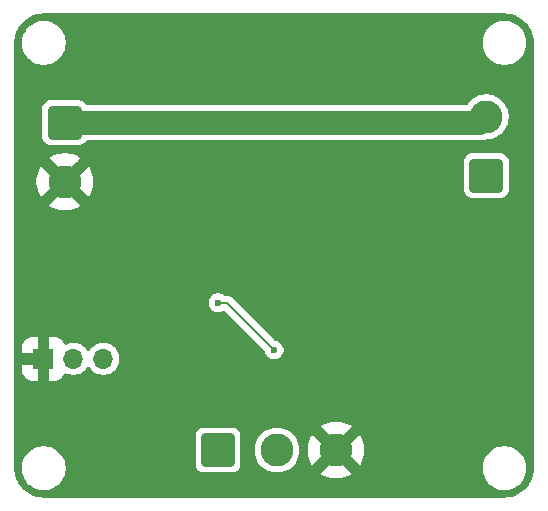
<source format=gbl>
%TF.GenerationSoftware,KiCad,Pcbnew,9.0.0*%
%TF.CreationDate,2025-03-26T19:28:16+01:00*%
%TF.ProjectId,attiny_pwm,61747469-6e79-45f7-9077-6d2e6b696361,1*%
%TF.SameCoordinates,Original*%
%TF.FileFunction,Copper,L2,Bot*%
%TF.FilePolarity,Positive*%
%FSLAX46Y46*%
G04 Gerber Fmt 4.6, Leading zero omitted, Abs format (unit mm)*
G04 Created by KiCad (PCBNEW 9.0.0) date 2025-03-26 19:28:16*
%MOMM*%
%LPD*%
G01*
G04 APERTURE LIST*
G04 Aperture macros list*
%AMRoundRect*
0 Rectangle with rounded corners*
0 $1 Rounding radius*
0 $2 $3 $4 $5 $6 $7 $8 $9 X,Y pos of 4 corners*
0 Add a 4 corners polygon primitive as box body*
4,1,4,$2,$3,$4,$5,$6,$7,$8,$9,$2,$3,0*
0 Add four circle primitives for the rounded corners*
1,1,$1+$1,$2,$3*
1,1,$1+$1,$4,$5*
1,1,$1+$1,$6,$7*
1,1,$1+$1,$8,$9*
0 Add four rect primitives between the rounded corners*
20,1,$1+$1,$2,$3,$4,$5,0*
20,1,$1+$1,$4,$5,$6,$7,0*
20,1,$1+$1,$6,$7,$8,$9,0*
20,1,$1+$1,$8,$9,$2,$3,0*%
G04 Aperture macros list end*
%TA.AperFunction,ComponentPad*%
%ADD10O,1.700000X1.700000*%
%TD*%
%TA.AperFunction,ComponentPad*%
%ADD11R,1.700000X1.700000*%
%TD*%
%TA.AperFunction,ComponentPad*%
%ADD12C,2.800000*%
%TD*%
%TA.AperFunction,ComponentPad*%
%ADD13RoundRect,0.250001X-1.149999X-1.149999X1.149999X-1.149999X1.149999X1.149999X-1.149999X1.149999X0*%
%TD*%
%TA.AperFunction,ComponentPad*%
%ADD14RoundRect,0.250001X1.149999X-1.149999X1.149999X1.149999X-1.149999X1.149999X-1.149999X-1.149999X0*%
%TD*%
%TA.AperFunction,ComponentPad*%
%ADD15RoundRect,0.250001X-1.149999X1.149999X-1.149999X-1.149999X1.149999X-1.149999X1.149999X1.149999X0*%
%TD*%
%TA.AperFunction,ViaPad*%
%ADD16C,0.800000*%
%TD*%
%TA.AperFunction,ViaPad*%
%ADD17C,0.600000*%
%TD*%
%TA.AperFunction,Conductor*%
%ADD18C,2.000000*%
%TD*%
%TA.AperFunction,Conductor*%
%ADD19C,0.200000*%
%TD*%
G04 APERTURE END LIST*
D10*
%TO.P,J2,3,Pin_3*%
%TO.N,5V*%
X144728000Y-121382000D03*
%TO.P,J2,2,Pin_2*%
%TO.N,Net-(J2-Pin_2)*%
X142188000Y-121382000D03*
D11*
%TO.P,J2,1,Pin_1*%
%TO.N,GND*%
X139648000Y-121382000D03*
%TD*%
D12*
%TO.P,RV1,3,3*%
%TO.N,GND*%
X164423000Y-129099500D03*
%TO.P,RV1,2,2*%
%TO.N,Net-(U2-PA6)*%
X159423000Y-129099500D03*
D13*
%TO.P,RV1,1,1*%
%TO.N,5V*%
X154423000Y-129099500D03*
%TD*%
D12*
%TO.P,J1,2,Pin_2*%
%TO.N,/Vin*%
X177140500Y-100882000D03*
D14*
%TO.P,J1,1,Pin_1*%
%TO.N,Net-(D2-A)*%
X177140500Y-105882000D03*
%TD*%
D12*
%TO.P,BT1,2,-*%
%TO.N,GND*%
X141455500Y-106382000D03*
D15*
%TO.P,BT1,1,+*%
%TO.N,/Vin*%
X141455500Y-101382000D03*
%TD*%
D16*
%TO.N,GND*%
X163173000Y-120132000D03*
X165673000Y-120132000D03*
X166923000Y-120132000D03*
X154423000Y-104382000D03*
X153423000Y-117632000D03*
D17*
X146423000Y-112632000D03*
D16*
X164423000Y-120132000D03*
X150923000Y-104382000D03*
D17*
%TO.N,Net-(U2-PA3)*%
X159173000Y-120632000D03*
X154423000Y-116632000D03*
%TD*%
D18*
%TO.N,/Vin*%
X141455500Y-101382000D02*
X176640500Y-101382000D01*
X176640500Y-101382000D02*
X177140500Y-100882000D01*
D19*
%TO.N,Net-(U2-PA3)*%
X154423000Y-116632000D02*
X155173000Y-116632000D01*
X155173000Y-116632000D02*
X159173000Y-120632000D01*
%TD*%
%TA.AperFunction,Conductor*%
%TO.N,GND*%
G36*
X178676736Y-92132726D02*
G01*
X178966796Y-92150271D01*
X178981659Y-92152076D01*
X179263798Y-92203780D01*
X179278335Y-92207363D01*
X179552172Y-92292695D01*
X179566163Y-92298000D01*
X179827743Y-92415727D01*
X179840989Y-92422680D01*
X180086465Y-92571075D01*
X180098776Y-92579573D01*
X180324573Y-92756473D01*
X180335781Y-92766403D01*
X180538596Y-92969218D01*
X180548526Y-92980426D01*
X180668481Y-93133538D01*
X180725422Y-93206217D01*
X180733926Y-93218537D01*
X180745532Y-93237735D01*
X180882316Y-93464004D01*
X180889275Y-93477263D01*
X181006997Y-93738831D01*
X181012306Y-93752832D01*
X181097635Y-94026663D01*
X181101219Y-94041201D01*
X181152923Y-94323340D01*
X181154728Y-94338205D01*
X181172274Y-94628263D01*
X181172500Y-94635750D01*
X181172500Y-130628249D01*
X181172274Y-130635736D01*
X181154728Y-130925794D01*
X181152923Y-130940659D01*
X181101219Y-131222798D01*
X181097635Y-131237336D01*
X181012306Y-131511167D01*
X181006997Y-131525168D01*
X180889275Y-131786736D01*
X180882316Y-131799995D01*
X180733928Y-132045459D01*
X180725422Y-132057782D01*
X180548526Y-132283573D01*
X180538596Y-132294781D01*
X180335781Y-132497596D01*
X180324573Y-132507526D01*
X180098782Y-132684422D01*
X180086459Y-132692928D01*
X179840995Y-132841316D01*
X179827736Y-132848275D01*
X179566168Y-132965997D01*
X179552167Y-132971306D01*
X179278336Y-133056635D01*
X179263798Y-133060219D01*
X178981659Y-133111923D01*
X178966794Y-133113728D01*
X178676736Y-133131274D01*
X178669249Y-133131500D01*
X139676751Y-133131500D01*
X139669264Y-133131274D01*
X139379205Y-133113728D01*
X139364340Y-133111923D01*
X139082201Y-133060219D01*
X139067663Y-133056635D01*
X138793832Y-132971306D01*
X138779831Y-132965997D01*
X138518263Y-132848275D01*
X138505004Y-132841316D01*
X138259540Y-132692928D01*
X138247217Y-132684422D01*
X138021426Y-132507526D01*
X138010218Y-132497596D01*
X137807403Y-132294781D01*
X137797473Y-132283573D01*
X137711575Y-132173932D01*
X137620573Y-132057776D01*
X137612075Y-132045465D01*
X137463680Y-131799989D01*
X137456727Y-131786743D01*
X137339000Y-131525163D01*
X137333693Y-131511167D01*
X137330057Y-131499500D01*
X137248363Y-131237335D01*
X137244780Y-131222798D01*
X137203951Y-131000000D01*
X137193075Y-130940657D01*
X137191271Y-130925794D01*
X137184125Y-130807662D01*
X137173726Y-130635736D01*
X137173500Y-130628249D01*
X137173500Y-130510711D01*
X137822500Y-130510711D01*
X137822500Y-130753288D01*
X137854161Y-130993785D01*
X137916947Y-131228104D01*
X137992016Y-131409336D01*
X138009776Y-131452212D01*
X138131064Y-131662289D01*
X138131066Y-131662292D01*
X138131067Y-131662293D01*
X138278733Y-131854736D01*
X138278739Y-131854743D01*
X138450256Y-132026260D01*
X138450263Y-132026266D01*
X138491336Y-132057782D01*
X138642711Y-132173936D01*
X138852788Y-132295224D01*
X139076900Y-132388054D01*
X139311211Y-132450838D01*
X139491586Y-132474584D01*
X139551711Y-132482500D01*
X139551712Y-132482500D01*
X139794289Y-132482500D01*
X139842388Y-132476167D01*
X140034789Y-132450838D01*
X140269100Y-132388054D01*
X140493212Y-132295224D01*
X140703289Y-132173936D01*
X140895738Y-132026265D01*
X141067265Y-131854738D01*
X141214936Y-131662289D01*
X141336224Y-131452212D01*
X141429054Y-131228100D01*
X141459880Y-131113055D01*
X163116548Y-131113055D01*
X163260247Y-131203347D01*
X163503104Y-131320301D01*
X163503118Y-131320307D01*
X163757536Y-131409332D01*
X163757548Y-131409336D01*
X164020348Y-131469318D01*
X164020366Y-131469321D01*
X164288212Y-131499499D01*
X164288216Y-131499500D01*
X164557784Y-131499500D01*
X164557787Y-131499499D01*
X164825633Y-131469321D01*
X164825651Y-131469318D01*
X165088451Y-131409336D01*
X165088463Y-131409332D01*
X165342881Y-131320307D01*
X165342895Y-131320301D01*
X165585752Y-131203347D01*
X165729449Y-131113055D01*
X165127105Y-130510711D01*
X176822500Y-130510711D01*
X176822500Y-130753288D01*
X176854161Y-130993785D01*
X176916947Y-131228104D01*
X176992016Y-131409336D01*
X177009776Y-131452212D01*
X177131064Y-131662289D01*
X177131066Y-131662292D01*
X177131067Y-131662293D01*
X177278733Y-131854736D01*
X177278739Y-131854743D01*
X177450256Y-132026260D01*
X177450263Y-132026266D01*
X177491336Y-132057782D01*
X177642711Y-132173936D01*
X177852788Y-132295224D01*
X178076900Y-132388054D01*
X178311211Y-132450838D01*
X178491586Y-132474584D01*
X178551711Y-132482500D01*
X178551712Y-132482500D01*
X178794289Y-132482500D01*
X178842388Y-132476167D01*
X179034789Y-132450838D01*
X179269100Y-132388054D01*
X179493212Y-132295224D01*
X179703289Y-132173936D01*
X179895738Y-132026265D01*
X180067265Y-131854738D01*
X180214936Y-131662289D01*
X180336224Y-131452212D01*
X180429054Y-131228100D01*
X180491838Y-130993789D01*
X180523500Y-130753288D01*
X180523500Y-130510712D01*
X180491838Y-130270211D01*
X180429054Y-130035900D01*
X180336224Y-129811788D01*
X180214936Y-129601711D01*
X180067265Y-129409262D01*
X180067260Y-129409256D01*
X179895743Y-129237739D01*
X179895736Y-129237733D01*
X179703293Y-129090067D01*
X179703292Y-129090066D01*
X179703289Y-129090064D01*
X179503880Y-128974935D01*
X179493214Y-128968777D01*
X179493205Y-128968773D01*
X179269104Y-128875947D01*
X179034785Y-128813161D01*
X178794289Y-128781500D01*
X178794288Y-128781500D01*
X178551712Y-128781500D01*
X178551711Y-128781500D01*
X178311214Y-128813161D01*
X178076895Y-128875947D01*
X177852794Y-128968773D01*
X177852785Y-128968777D01*
X177642706Y-129090067D01*
X177450263Y-129237733D01*
X177450256Y-129237739D01*
X177278739Y-129409256D01*
X177278733Y-129409263D01*
X177131067Y-129601706D01*
X177131064Y-129601710D01*
X177131064Y-129601711D01*
X177114817Y-129629851D01*
X177009777Y-129811785D01*
X177009773Y-129811794D01*
X176916947Y-130035895D01*
X176854161Y-130270214D01*
X176822500Y-130510711D01*
X165127105Y-130510711D01*
X164423000Y-129806606D01*
X163116549Y-131113055D01*
X163116548Y-131113055D01*
X141459880Y-131113055D01*
X141491838Y-130993789D01*
X141523500Y-130753288D01*
X141523500Y-130510712D01*
X141491838Y-130270211D01*
X141429054Y-130035900D01*
X141336224Y-129811788D01*
X141214936Y-129601711D01*
X141067265Y-129409262D01*
X141067260Y-129409256D01*
X140895743Y-129237739D01*
X140895736Y-129237733D01*
X140703293Y-129090067D01*
X140703292Y-129090066D01*
X140703289Y-129090064D01*
X140503880Y-128974935D01*
X140493214Y-128968777D01*
X140493205Y-128968773D01*
X140269104Y-128875947D01*
X140034785Y-128813161D01*
X139794289Y-128781500D01*
X139794288Y-128781500D01*
X139551712Y-128781500D01*
X139551711Y-128781500D01*
X139311214Y-128813161D01*
X139076895Y-128875947D01*
X138852794Y-128968773D01*
X138852785Y-128968777D01*
X138642706Y-129090067D01*
X138450263Y-129237733D01*
X138450256Y-129237739D01*
X138278739Y-129409256D01*
X138278733Y-129409263D01*
X138131067Y-129601706D01*
X138131064Y-129601710D01*
X138131064Y-129601711D01*
X138114817Y-129629851D01*
X138009777Y-129811785D01*
X138009773Y-129811794D01*
X137916947Y-130035895D01*
X137854161Y-130270214D01*
X137822500Y-130510711D01*
X137173500Y-130510711D01*
X137173500Y-127899484D01*
X152522500Y-127899484D01*
X152522500Y-130299515D01*
X152533000Y-130402295D01*
X152533001Y-130402297D01*
X152560593Y-130485565D01*
X152588186Y-130568835D01*
X152588187Y-130568837D01*
X152680286Y-130718151D01*
X152680289Y-130718155D01*
X152804344Y-130842210D01*
X152804348Y-130842213D01*
X152953662Y-130934312D01*
X152953664Y-130934313D01*
X152953666Y-130934314D01*
X153120203Y-130989499D01*
X153222992Y-131000000D01*
X153222997Y-131000000D01*
X155623003Y-131000000D01*
X155623008Y-131000000D01*
X155725797Y-130989499D01*
X155892334Y-130934314D01*
X156041655Y-130842211D01*
X156165711Y-130718155D01*
X156257814Y-130568834D01*
X156312999Y-130402297D01*
X156323500Y-130299508D01*
X156323500Y-128974941D01*
X157522500Y-128974941D01*
X157522500Y-129224058D01*
X157522501Y-129224075D01*
X157546881Y-129409263D01*
X157555018Y-129471065D01*
X157566483Y-129513851D01*
X157619498Y-129711707D01*
X157714830Y-129941861D01*
X157714837Y-129941876D01*
X157839400Y-130157626D01*
X157991060Y-130355274D01*
X157991066Y-130355281D01*
X158167218Y-130531433D01*
X158167225Y-130531439D01*
X158364873Y-130683099D01*
X158580623Y-130807662D01*
X158580638Y-130807669D01*
X158679825Y-130848753D01*
X158810793Y-130903002D01*
X159051435Y-130967482D01*
X159298435Y-131000000D01*
X159298442Y-131000000D01*
X159547558Y-131000000D01*
X159547565Y-131000000D01*
X159794565Y-130967482D01*
X160035207Y-130903002D01*
X160265373Y-130807664D01*
X160481127Y-130683099D01*
X160678776Y-130531438D01*
X160854938Y-130355276D01*
X161006599Y-130157627D01*
X161131164Y-129941873D01*
X161226502Y-129711707D01*
X161290982Y-129471065D01*
X161323500Y-129224065D01*
X161323500Y-128974935D01*
X161322154Y-128964712D01*
X162023000Y-128964712D01*
X162023000Y-129234287D01*
X162053178Y-129502133D01*
X162053181Y-129502151D01*
X162113163Y-129764951D01*
X162113167Y-129764963D01*
X162202192Y-130019381D01*
X162202198Y-130019395D01*
X162319152Y-130262252D01*
X162409443Y-130405950D01*
X163715893Y-129099500D01*
X163715893Y-129099499D01*
X163651875Y-129035481D01*
X163773000Y-129035481D01*
X163773000Y-129163519D01*
X163797979Y-129289098D01*
X163846978Y-129407390D01*
X163918112Y-129513851D01*
X164008649Y-129604388D01*
X164115110Y-129675522D01*
X164233402Y-129724521D01*
X164358981Y-129749500D01*
X164487019Y-129749500D01*
X164612598Y-129724521D01*
X164730890Y-129675522D01*
X164837351Y-129604388D01*
X164927888Y-129513851D01*
X164999022Y-129407390D01*
X165048021Y-129289098D01*
X165073000Y-129163519D01*
X165073000Y-129099499D01*
X165130106Y-129099499D01*
X165130106Y-129099500D01*
X166436555Y-130405949D01*
X166526846Y-130262254D01*
X166643801Y-130019395D01*
X166643807Y-130019381D01*
X166732832Y-129764963D01*
X166732836Y-129764951D01*
X166792818Y-129502151D01*
X166792821Y-129502133D01*
X166822999Y-129234287D01*
X166823000Y-129234283D01*
X166823000Y-128964716D01*
X166822999Y-128964712D01*
X166792821Y-128696866D01*
X166792818Y-128696848D01*
X166732836Y-128434048D01*
X166732832Y-128434036D01*
X166643807Y-128179618D01*
X166643801Y-128179604D01*
X166526847Y-127936747D01*
X166436555Y-127793049D01*
X165130106Y-129099499D01*
X165073000Y-129099499D01*
X165073000Y-129035481D01*
X165048021Y-128909902D01*
X164999022Y-128791610D01*
X164927888Y-128685149D01*
X164837351Y-128594612D01*
X164730890Y-128523478D01*
X164612598Y-128474479D01*
X164487019Y-128449500D01*
X164358981Y-128449500D01*
X164233402Y-128474479D01*
X164115110Y-128523478D01*
X164008649Y-128594612D01*
X163918112Y-128685149D01*
X163846978Y-128791610D01*
X163797979Y-128909902D01*
X163773000Y-129035481D01*
X163651875Y-129035481D01*
X162409442Y-127793049D01*
X162319155Y-127936742D01*
X162319154Y-127936743D01*
X162202198Y-128179604D01*
X162202192Y-128179618D01*
X162113167Y-128434036D01*
X162113163Y-128434048D01*
X162053181Y-128696848D01*
X162053178Y-128696866D01*
X162023000Y-128964712D01*
X161322154Y-128964712D01*
X161290982Y-128727935D01*
X161226502Y-128487293D01*
X161131164Y-128257127D01*
X161086414Y-128179618D01*
X161006599Y-128041373D01*
X160854939Y-127843725D01*
X160854933Y-127843718D01*
X160678781Y-127667566D01*
X160678774Y-127667560D01*
X160481126Y-127515900D01*
X160265376Y-127391337D01*
X160265361Y-127391330D01*
X160035207Y-127295998D01*
X159794565Y-127231518D01*
X159794564Y-127231517D01*
X159794561Y-127231517D01*
X159547575Y-127199001D01*
X159547570Y-127199000D01*
X159547565Y-127199000D01*
X159298435Y-127199000D01*
X159298429Y-127199000D01*
X159298424Y-127199001D01*
X159051438Y-127231517D01*
X158810792Y-127295998D01*
X158580638Y-127391330D01*
X158580623Y-127391337D01*
X158364873Y-127515900D01*
X158167225Y-127667560D01*
X158167218Y-127667566D01*
X157991066Y-127843718D01*
X157991060Y-127843725D01*
X157839400Y-128041373D01*
X157714837Y-128257123D01*
X157714830Y-128257138D01*
X157619498Y-128487292D01*
X157555017Y-128727938D01*
X157522501Y-128974924D01*
X157522500Y-128974941D01*
X156323500Y-128974941D01*
X156323500Y-127899492D01*
X156312999Y-127796703D01*
X156257814Y-127630166D01*
X156187333Y-127515900D01*
X156165713Y-127480848D01*
X156165710Y-127480844D01*
X156041655Y-127356789D01*
X156041651Y-127356786D01*
X155892337Y-127264687D01*
X155892335Y-127264686D01*
X155792237Y-127231517D01*
X155725797Y-127209501D01*
X155725795Y-127209500D01*
X155623015Y-127199000D01*
X155623008Y-127199000D01*
X153222992Y-127199000D01*
X153222984Y-127199000D01*
X153120204Y-127209500D01*
X153120203Y-127209501D01*
X152953664Y-127264686D01*
X152953662Y-127264687D01*
X152804348Y-127356786D01*
X152804344Y-127356789D01*
X152680289Y-127480844D01*
X152680286Y-127480848D01*
X152588187Y-127630162D01*
X152588186Y-127630164D01*
X152533001Y-127796703D01*
X152533000Y-127796704D01*
X152522500Y-127899484D01*
X137173500Y-127899484D01*
X137173500Y-127085942D01*
X163116549Y-127085942D01*
X164422999Y-128392393D01*
X165729450Y-127085943D01*
X165585752Y-126995652D01*
X165342895Y-126878698D01*
X165342881Y-126878692D01*
X165088463Y-126789667D01*
X165088451Y-126789663D01*
X164825651Y-126729681D01*
X164825633Y-126729678D01*
X164557787Y-126699500D01*
X164288212Y-126699500D01*
X164020366Y-126729678D01*
X164020348Y-126729681D01*
X163757548Y-126789663D01*
X163757536Y-126789667D01*
X163503118Y-126878692D01*
X163503104Y-126878698D01*
X163260243Y-126995654D01*
X163260242Y-126995655D01*
X163116549Y-127085942D01*
X137173500Y-127085942D01*
X137173500Y-122290000D01*
X137798000Y-122290000D01*
X137808608Y-122409325D01*
X137808609Y-122409328D01*
X137864557Y-122604861D01*
X137958721Y-122785129D01*
X138087246Y-122942753D01*
X138244870Y-123071278D01*
X138425138Y-123165442D01*
X138620671Y-123221390D01*
X138620674Y-123221391D01*
X138739999Y-123231999D01*
X138740002Y-123232000D01*
X139148000Y-123232000D01*
X139148000Y-121882000D01*
X137798000Y-121882000D01*
X137798000Y-122290000D01*
X137173500Y-122290000D01*
X137173500Y-121316174D01*
X139148000Y-121316174D01*
X139148000Y-121447826D01*
X139182075Y-121574993D01*
X139247901Y-121689007D01*
X139340993Y-121782099D01*
X139455007Y-121847925D01*
X139582174Y-121882000D01*
X139713826Y-121882000D01*
X139840993Y-121847925D01*
X139955007Y-121782099D01*
X140048099Y-121689007D01*
X140113925Y-121574993D01*
X140148000Y-121447826D01*
X140148000Y-123232000D01*
X140555998Y-123232000D01*
X140556000Y-123231999D01*
X140675325Y-123221391D01*
X140675328Y-123221390D01*
X140870861Y-123165442D01*
X141051129Y-123071278D01*
X141208753Y-122942753D01*
X141337280Y-122785128D01*
X141412830Y-122640492D01*
X141461316Y-122590184D01*
X141529303Y-122574076D01*
X141579031Y-122587416D01*
X141669588Y-122633557D01*
X141871757Y-122699246D01*
X142081713Y-122732500D01*
X142081714Y-122732500D01*
X142294286Y-122732500D01*
X142294287Y-122732500D01*
X142504243Y-122699246D01*
X142706412Y-122633557D01*
X142895816Y-122537051D01*
X142917789Y-122521086D01*
X143067786Y-122412109D01*
X143067788Y-122412106D01*
X143067792Y-122412104D01*
X143218104Y-122261792D01*
X143218106Y-122261788D01*
X143218109Y-122261786D01*
X143343048Y-122089820D01*
X143343047Y-122089820D01*
X143343051Y-122089816D01*
X143347514Y-122081054D01*
X143395488Y-122030259D01*
X143463308Y-122013463D01*
X143529444Y-122035999D01*
X143568486Y-122081056D01*
X143572951Y-122089820D01*
X143697890Y-122261786D01*
X143848213Y-122412109D01*
X144020179Y-122537048D01*
X144020181Y-122537049D01*
X144020184Y-122537051D01*
X144209588Y-122633557D01*
X144411757Y-122699246D01*
X144621713Y-122732500D01*
X144621714Y-122732500D01*
X144834286Y-122732500D01*
X144834287Y-122732500D01*
X145044243Y-122699246D01*
X145246412Y-122633557D01*
X145435816Y-122537051D01*
X145457789Y-122521086D01*
X145607786Y-122412109D01*
X145607788Y-122412106D01*
X145607792Y-122412104D01*
X145758104Y-122261792D01*
X145758106Y-122261788D01*
X145758109Y-122261786D01*
X145883048Y-122089820D01*
X145883047Y-122089820D01*
X145883051Y-122089816D01*
X145979557Y-121900412D01*
X146045246Y-121698243D01*
X146078500Y-121488287D01*
X146078500Y-121275713D01*
X146045246Y-121065757D01*
X145979557Y-120863588D01*
X145883051Y-120674184D01*
X145883049Y-120674181D01*
X145883048Y-120674179D01*
X145758109Y-120502213D01*
X145607786Y-120351890D01*
X145435820Y-120226951D01*
X145246414Y-120130444D01*
X145246413Y-120130443D01*
X145246412Y-120130443D01*
X145044243Y-120064754D01*
X145044241Y-120064753D01*
X145044240Y-120064753D01*
X144882957Y-120039208D01*
X144834287Y-120031500D01*
X144621713Y-120031500D01*
X144573042Y-120039208D01*
X144411760Y-120064753D01*
X144209585Y-120130444D01*
X144020179Y-120226951D01*
X143848213Y-120351890D01*
X143697890Y-120502213D01*
X143572949Y-120674182D01*
X143568484Y-120682946D01*
X143520509Y-120733742D01*
X143452688Y-120750536D01*
X143386553Y-120727998D01*
X143347516Y-120682946D01*
X143343050Y-120674182D01*
X143218109Y-120502213D01*
X143067786Y-120351890D01*
X142895820Y-120226951D01*
X142706414Y-120130444D01*
X142706413Y-120130443D01*
X142706412Y-120130443D01*
X142504243Y-120064754D01*
X142504241Y-120064753D01*
X142504240Y-120064753D01*
X142342957Y-120039208D01*
X142294287Y-120031500D01*
X142081713Y-120031500D01*
X142033042Y-120039208D01*
X141871760Y-120064753D01*
X141669582Y-120130445D01*
X141579033Y-120176582D01*
X141510364Y-120189478D01*
X141445624Y-120163201D01*
X141412830Y-120123508D01*
X141337278Y-119978870D01*
X141208753Y-119821246D01*
X141051129Y-119692721D01*
X140870861Y-119598557D01*
X140675328Y-119542609D01*
X140675325Y-119542608D01*
X140556000Y-119532000D01*
X140148000Y-119532000D01*
X140148000Y-121316174D01*
X140113925Y-121189007D01*
X140048099Y-121074993D01*
X139955007Y-120981901D01*
X139840993Y-120916075D01*
X139713826Y-120882000D01*
X139582174Y-120882000D01*
X139455007Y-120916075D01*
X139340993Y-120981901D01*
X139247901Y-121074993D01*
X139182075Y-121189007D01*
X139148000Y-121316174D01*
X137173500Y-121316174D01*
X137173500Y-120473999D01*
X137798000Y-120473999D01*
X137798000Y-120882000D01*
X139148000Y-120882000D01*
X139148000Y-119532000D01*
X138739999Y-119532000D01*
X138620674Y-119542608D01*
X138620671Y-119542609D01*
X138425138Y-119598557D01*
X138244870Y-119692721D01*
X138087246Y-119821246D01*
X137958721Y-119978870D01*
X137864557Y-120159138D01*
X137808609Y-120354671D01*
X137808608Y-120354674D01*
X137798000Y-120473999D01*
X137173500Y-120473999D01*
X137173500Y-116553153D01*
X153622500Y-116553153D01*
X153622500Y-116710846D01*
X153653261Y-116865489D01*
X153653264Y-116865501D01*
X153713602Y-117011172D01*
X153713609Y-117011185D01*
X153801210Y-117142288D01*
X153801213Y-117142292D01*
X153912707Y-117253786D01*
X153912711Y-117253789D01*
X154043814Y-117341390D01*
X154043827Y-117341397D01*
X154189498Y-117401735D01*
X154189503Y-117401737D01*
X154344153Y-117432499D01*
X154344156Y-117432500D01*
X154344158Y-117432500D01*
X154501844Y-117432500D01*
X154501845Y-117432499D01*
X154656497Y-117401737D01*
X154802179Y-117341394D01*
X154856028Y-117305412D01*
X154922702Y-117284535D01*
X154990083Y-117303018D01*
X155012599Y-117320834D01*
X158338425Y-120646660D01*
X158371910Y-120707983D01*
X158372361Y-120710149D01*
X158403261Y-120865491D01*
X158403264Y-120865501D01*
X158463602Y-121011172D01*
X158463609Y-121011185D01*
X158551210Y-121142288D01*
X158551213Y-121142292D01*
X158662707Y-121253786D01*
X158662711Y-121253789D01*
X158793814Y-121341390D01*
X158793827Y-121341397D01*
X158939498Y-121401735D01*
X158939503Y-121401737D01*
X159094153Y-121432499D01*
X159094156Y-121432500D01*
X159094158Y-121432500D01*
X159251844Y-121432500D01*
X159251845Y-121432499D01*
X159406497Y-121401737D01*
X159552179Y-121341394D01*
X159683289Y-121253789D01*
X159794789Y-121142289D01*
X159882394Y-121011179D01*
X159942737Y-120865497D01*
X159973500Y-120710842D01*
X159973500Y-120553158D01*
X159973500Y-120553155D01*
X159973499Y-120553153D01*
X159942738Y-120398510D01*
X159942737Y-120398503D01*
X159924583Y-120354674D01*
X159882397Y-120252827D01*
X159882390Y-120252814D01*
X159794789Y-120121711D01*
X159794786Y-120121707D01*
X159683292Y-120010213D01*
X159683288Y-120010210D01*
X159552185Y-119922609D01*
X159552172Y-119922602D01*
X159406501Y-119862264D01*
X159406491Y-119862261D01*
X159251149Y-119831361D01*
X159189238Y-119798976D01*
X159187660Y-119797425D01*
X155660590Y-116270355D01*
X155660588Y-116270352D01*
X155541717Y-116151481D01*
X155541716Y-116151480D01*
X155454904Y-116101360D01*
X155454904Y-116101359D01*
X155454900Y-116101358D01*
X155404785Y-116072423D01*
X155252057Y-116031499D01*
X155093943Y-116031499D01*
X155086347Y-116031499D01*
X155086331Y-116031500D01*
X155002766Y-116031500D01*
X154935727Y-116011815D01*
X154933875Y-116010602D01*
X154802185Y-115922609D01*
X154802172Y-115922602D01*
X154656501Y-115862264D01*
X154656489Y-115862261D01*
X154501845Y-115831500D01*
X154501842Y-115831500D01*
X154344158Y-115831500D01*
X154344155Y-115831500D01*
X154189510Y-115862261D01*
X154189498Y-115862264D01*
X154043827Y-115922602D01*
X154043814Y-115922609D01*
X153912711Y-116010210D01*
X153912707Y-116010213D01*
X153801213Y-116121707D01*
X153801210Y-116121711D01*
X153713609Y-116252814D01*
X153713602Y-116252827D01*
X153653264Y-116398498D01*
X153653261Y-116398510D01*
X153622500Y-116553153D01*
X137173500Y-116553153D01*
X137173500Y-108395555D01*
X140149048Y-108395555D01*
X140292747Y-108485847D01*
X140535604Y-108602801D01*
X140535618Y-108602807D01*
X140790036Y-108691832D01*
X140790048Y-108691836D01*
X141052848Y-108751818D01*
X141052866Y-108751821D01*
X141320712Y-108781999D01*
X141320716Y-108782000D01*
X141590284Y-108782000D01*
X141590287Y-108781999D01*
X141858133Y-108751821D01*
X141858151Y-108751818D01*
X142120951Y-108691836D01*
X142120963Y-108691832D01*
X142375381Y-108602807D01*
X142375395Y-108602801D01*
X142618252Y-108485847D01*
X142761949Y-108395555D01*
X141455500Y-107089106D01*
X140149049Y-108395555D01*
X140149048Y-108395555D01*
X137173500Y-108395555D01*
X137173500Y-106247212D01*
X139055500Y-106247212D01*
X139055500Y-106516787D01*
X139085678Y-106784633D01*
X139085681Y-106784651D01*
X139145663Y-107047451D01*
X139145667Y-107047463D01*
X139234692Y-107301881D01*
X139234698Y-107301895D01*
X139351652Y-107544752D01*
X139441943Y-107688450D01*
X140748393Y-106382000D01*
X140748393Y-106381999D01*
X140684375Y-106317981D01*
X140805500Y-106317981D01*
X140805500Y-106446019D01*
X140830479Y-106571598D01*
X140879478Y-106689890D01*
X140950612Y-106796351D01*
X141041149Y-106886888D01*
X141147610Y-106958022D01*
X141265902Y-107007021D01*
X141391481Y-107032000D01*
X141519519Y-107032000D01*
X141645098Y-107007021D01*
X141763390Y-106958022D01*
X141869851Y-106886888D01*
X141960388Y-106796351D01*
X142031522Y-106689890D01*
X142080521Y-106571598D01*
X142105500Y-106446019D01*
X142105500Y-106381999D01*
X142162606Y-106381999D01*
X142162606Y-106382000D01*
X143469055Y-107688449D01*
X143559347Y-107544752D01*
X143676301Y-107301895D01*
X143676307Y-107301881D01*
X143765332Y-107047463D01*
X143765336Y-107047451D01*
X143825318Y-106784651D01*
X143825321Y-106784633D01*
X143855499Y-106516787D01*
X143855500Y-106516783D01*
X143855500Y-106247216D01*
X143855499Y-106247212D01*
X143825321Y-105979366D01*
X143825318Y-105979348D01*
X143765336Y-105716548D01*
X143765332Y-105716536D01*
X143676307Y-105462118D01*
X143676301Y-105462104D01*
X143559347Y-105219247D01*
X143469055Y-105075549D01*
X142162606Y-106381999D01*
X142105500Y-106381999D01*
X142105500Y-106317981D01*
X142080521Y-106192402D01*
X142031522Y-106074110D01*
X141960388Y-105967649D01*
X141869851Y-105877112D01*
X141763390Y-105805978D01*
X141645098Y-105756979D01*
X141519519Y-105732000D01*
X141391481Y-105732000D01*
X141265902Y-105756979D01*
X141147610Y-105805978D01*
X141041149Y-105877112D01*
X140950612Y-105967649D01*
X140879478Y-106074110D01*
X140830479Y-106192402D01*
X140805500Y-106317981D01*
X140684375Y-106317981D01*
X139441942Y-105075549D01*
X139351655Y-105219242D01*
X139351654Y-105219243D01*
X139234698Y-105462104D01*
X139234692Y-105462118D01*
X139145667Y-105716536D01*
X139145663Y-105716548D01*
X139085681Y-105979348D01*
X139085678Y-105979366D01*
X139055500Y-106247212D01*
X137173500Y-106247212D01*
X137173500Y-104368442D01*
X140149049Y-104368442D01*
X141455499Y-105674893D01*
X142448409Y-104681984D01*
X175240000Y-104681984D01*
X175240000Y-107082015D01*
X175250500Y-107184795D01*
X175250501Y-107184796D01*
X175305686Y-107351335D01*
X175305687Y-107351337D01*
X175397786Y-107500651D01*
X175397789Y-107500655D01*
X175521844Y-107624710D01*
X175521848Y-107624713D01*
X175671162Y-107716812D01*
X175671164Y-107716813D01*
X175671166Y-107716814D01*
X175837703Y-107771999D01*
X175940492Y-107782500D01*
X175940497Y-107782500D01*
X178340503Y-107782500D01*
X178340508Y-107782500D01*
X178443297Y-107771999D01*
X178609834Y-107716814D01*
X178759155Y-107624711D01*
X178883211Y-107500655D01*
X178975314Y-107351334D01*
X179030499Y-107184797D01*
X179041000Y-107082008D01*
X179041000Y-104681992D01*
X179030499Y-104579203D01*
X178975314Y-104412666D01*
X178892345Y-104278154D01*
X178883213Y-104263348D01*
X178883210Y-104263344D01*
X178759155Y-104139289D01*
X178759151Y-104139286D01*
X178609837Y-104047187D01*
X178609835Y-104047186D01*
X178504187Y-104012178D01*
X178443297Y-103992001D01*
X178443295Y-103992000D01*
X178340515Y-103981500D01*
X178340508Y-103981500D01*
X175940492Y-103981500D01*
X175940484Y-103981500D01*
X175837704Y-103992000D01*
X175837703Y-103992001D01*
X175671164Y-104047186D01*
X175671162Y-104047187D01*
X175521848Y-104139286D01*
X175521844Y-104139289D01*
X175397789Y-104263344D01*
X175397786Y-104263348D01*
X175305687Y-104412662D01*
X175305686Y-104412664D01*
X175250501Y-104579203D01*
X175250500Y-104579204D01*
X175240000Y-104681984D01*
X142448409Y-104681984D01*
X142539239Y-104591154D01*
X142761950Y-104368443D01*
X142618252Y-104278152D01*
X142375395Y-104161198D01*
X142375381Y-104161192D01*
X142120963Y-104072167D01*
X142120951Y-104072163D01*
X141858151Y-104012181D01*
X141858133Y-104012178D01*
X141590287Y-103982000D01*
X141320712Y-103982000D01*
X141052866Y-104012178D01*
X141052848Y-104012181D01*
X140790048Y-104072163D01*
X140790036Y-104072167D01*
X140535618Y-104161192D01*
X140535604Y-104161198D01*
X140292743Y-104278154D01*
X140292742Y-104278155D01*
X140149049Y-104368442D01*
X137173500Y-104368442D01*
X137173500Y-100181984D01*
X139555000Y-100181984D01*
X139555000Y-102582015D01*
X139565500Y-102684795D01*
X139565501Y-102684797D01*
X139565735Y-102685502D01*
X139620686Y-102851335D01*
X139620687Y-102851337D01*
X139712786Y-103000651D01*
X139712789Y-103000655D01*
X139836844Y-103124710D01*
X139836848Y-103124713D01*
X139986162Y-103216812D01*
X139986164Y-103216813D01*
X139986166Y-103216814D01*
X140152703Y-103271999D01*
X140255492Y-103282500D01*
X140255497Y-103282500D01*
X142655503Y-103282500D01*
X142655508Y-103282500D01*
X142758297Y-103271999D01*
X142924834Y-103216814D01*
X143074155Y-103124711D01*
X143198211Y-103000655D01*
X143211011Y-102979901D01*
X143234759Y-102941403D01*
X143286707Y-102894678D01*
X143340297Y-102882500D01*
X176758597Y-102882500D01*
X176871684Y-102864588D01*
X176991868Y-102845553D01*
X176991871Y-102845552D01*
X176991872Y-102845552D01*
X177167247Y-102788569D01*
X177205565Y-102782500D01*
X177265058Y-102782500D01*
X177265065Y-102782500D01*
X177512065Y-102749982D01*
X177752707Y-102685502D01*
X177982873Y-102590164D01*
X178198627Y-102465599D01*
X178396276Y-102313938D01*
X178572438Y-102137776D01*
X178724099Y-101940127D01*
X178848664Y-101724373D01*
X178944002Y-101494207D01*
X179008482Y-101253565D01*
X179041000Y-101006565D01*
X179041000Y-100757435D01*
X179008482Y-100510435D01*
X178944002Y-100269793D01*
X178889753Y-100138825D01*
X178848669Y-100039638D01*
X178848662Y-100039623D01*
X178724099Y-99823873D01*
X178572439Y-99626225D01*
X178572433Y-99626218D01*
X178396281Y-99450066D01*
X178396274Y-99450060D01*
X178198626Y-99298400D01*
X177982876Y-99173837D01*
X177982861Y-99173830D01*
X177752707Y-99078498D01*
X177512061Y-99014017D01*
X177265075Y-98981501D01*
X177265070Y-98981500D01*
X177265065Y-98981500D01*
X177015935Y-98981500D01*
X177015929Y-98981500D01*
X177015924Y-98981501D01*
X176768938Y-99014017D01*
X176528292Y-99078498D01*
X176298138Y-99173830D01*
X176298123Y-99173837D01*
X176082373Y-99298400D01*
X175884725Y-99450060D01*
X175884718Y-99450066D01*
X175708566Y-99626218D01*
X175708560Y-99626225D01*
X175556906Y-99823865D01*
X175555224Y-99826384D01*
X175554527Y-99826966D01*
X175554430Y-99827093D01*
X175554401Y-99827071D01*
X175501615Y-99871192D01*
X175452117Y-99881500D01*
X143340297Y-99881500D01*
X143273258Y-99861815D01*
X143234759Y-99822597D01*
X143198213Y-99763348D01*
X143198210Y-99763344D01*
X143074155Y-99639289D01*
X143074151Y-99639286D01*
X142924837Y-99547187D01*
X142924835Y-99547186D01*
X142841565Y-99519593D01*
X142758297Y-99492001D01*
X142758295Y-99492000D01*
X142655515Y-99481500D01*
X142655508Y-99481500D01*
X140255492Y-99481500D01*
X140255484Y-99481500D01*
X140152704Y-99492000D01*
X140152703Y-99492001D01*
X139986164Y-99547186D01*
X139986162Y-99547187D01*
X139836848Y-99639286D01*
X139836844Y-99639289D01*
X139712789Y-99763344D01*
X139712786Y-99763348D01*
X139620687Y-99912662D01*
X139620686Y-99912664D01*
X139565501Y-100079203D01*
X139565500Y-100079204D01*
X139555000Y-100181984D01*
X137173500Y-100181984D01*
X137173500Y-94635750D01*
X137173726Y-94628263D01*
X137180837Y-94510711D01*
X137822500Y-94510711D01*
X137822500Y-94753288D01*
X137854161Y-94993785D01*
X137916947Y-95228104D01*
X138009773Y-95452205D01*
X138009776Y-95452212D01*
X138131064Y-95662289D01*
X138131066Y-95662292D01*
X138131067Y-95662293D01*
X138278733Y-95854736D01*
X138278739Y-95854743D01*
X138450256Y-96026260D01*
X138450262Y-96026265D01*
X138642711Y-96173936D01*
X138852788Y-96295224D01*
X139076900Y-96388054D01*
X139311211Y-96450838D01*
X139491586Y-96474584D01*
X139551711Y-96482500D01*
X139551712Y-96482500D01*
X139794289Y-96482500D01*
X139842388Y-96476167D01*
X140034789Y-96450838D01*
X140269100Y-96388054D01*
X140493212Y-96295224D01*
X140703289Y-96173936D01*
X140895738Y-96026265D01*
X141067265Y-95854738D01*
X141214936Y-95662289D01*
X141336224Y-95452212D01*
X141429054Y-95228100D01*
X141491838Y-94993789D01*
X141523500Y-94753288D01*
X141523500Y-94510712D01*
X141523500Y-94510711D01*
X176822500Y-94510711D01*
X176822500Y-94753288D01*
X176854161Y-94993785D01*
X176916947Y-95228104D01*
X177009773Y-95452205D01*
X177009776Y-95452212D01*
X177131064Y-95662289D01*
X177131066Y-95662292D01*
X177131067Y-95662293D01*
X177278733Y-95854736D01*
X177278739Y-95854743D01*
X177450256Y-96026260D01*
X177450262Y-96026265D01*
X177642711Y-96173936D01*
X177852788Y-96295224D01*
X178076900Y-96388054D01*
X178311211Y-96450838D01*
X178491586Y-96474584D01*
X178551711Y-96482500D01*
X178551712Y-96482500D01*
X178794289Y-96482500D01*
X178842388Y-96476167D01*
X179034789Y-96450838D01*
X179269100Y-96388054D01*
X179493212Y-96295224D01*
X179703289Y-96173936D01*
X179895738Y-96026265D01*
X180067265Y-95854738D01*
X180214936Y-95662289D01*
X180336224Y-95452212D01*
X180429054Y-95228100D01*
X180491838Y-94993789D01*
X180523500Y-94753288D01*
X180523500Y-94510712D01*
X180491838Y-94270211D01*
X180429054Y-94035900D01*
X180336224Y-93811788D01*
X180214936Y-93601711D01*
X180067265Y-93409262D01*
X180067260Y-93409256D01*
X179895743Y-93237739D01*
X179895736Y-93237733D01*
X179703293Y-93090067D01*
X179703292Y-93090066D01*
X179703289Y-93090064D01*
X179531661Y-92990974D01*
X179493214Y-92968777D01*
X179493205Y-92968773D01*
X179269104Y-92875947D01*
X179034785Y-92813161D01*
X178794289Y-92781500D01*
X178794288Y-92781500D01*
X178551712Y-92781500D01*
X178551711Y-92781500D01*
X178311214Y-92813161D01*
X178076895Y-92875947D01*
X177852794Y-92968773D01*
X177852785Y-92968777D01*
X177642706Y-93090067D01*
X177450263Y-93237733D01*
X177450256Y-93237739D01*
X177278739Y-93409256D01*
X177278733Y-93409263D01*
X177131067Y-93601706D01*
X177009777Y-93811785D01*
X177009773Y-93811794D01*
X176916947Y-94035895D01*
X176854161Y-94270214D01*
X176822500Y-94510711D01*
X141523500Y-94510711D01*
X141491838Y-94270211D01*
X141429054Y-94035900D01*
X141336224Y-93811788D01*
X141214936Y-93601711D01*
X141067265Y-93409262D01*
X141067260Y-93409256D01*
X140895743Y-93237739D01*
X140895736Y-93237733D01*
X140703293Y-93090067D01*
X140703292Y-93090066D01*
X140703289Y-93090064D01*
X140531661Y-92990974D01*
X140493214Y-92968777D01*
X140493205Y-92968773D01*
X140269104Y-92875947D01*
X140034785Y-92813161D01*
X139794289Y-92781500D01*
X139794288Y-92781500D01*
X139551712Y-92781500D01*
X139551711Y-92781500D01*
X139311214Y-92813161D01*
X139076895Y-92875947D01*
X138852794Y-92968773D01*
X138852785Y-92968777D01*
X138642706Y-93090067D01*
X138450263Y-93237733D01*
X138450256Y-93237739D01*
X138278739Y-93409256D01*
X138278733Y-93409263D01*
X138131067Y-93601706D01*
X138009777Y-93811785D01*
X138009773Y-93811794D01*
X137916947Y-94035895D01*
X137854161Y-94270214D01*
X137822500Y-94510711D01*
X137180837Y-94510711D01*
X137181535Y-94499166D01*
X137191271Y-94338205D01*
X137193076Y-94323340D01*
X137202813Y-94270211D01*
X137244780Y-94041197D01*
X137248364Y-94026663D01*
X137325096Y-93780422D01*
X137333696Y-93752822D01*
X137338998Y-93738841D01*
X137456731Y-93477249D01*
X137463676Y-93464016D01*
X137612080Y-93218526D01*
X137620567Y-93206230D01*
X137797480Y-92980417D01*
X137807395Y-92969226D01*
X138010226Y-92766395D01*
X138021417Y-92756480D01*
X138247230Y-92579567D01*
X138259526Y-92571080D01*
X138505016Y-92422676D01*
X138518249Y-92415731D01*
X138779841Y-92297998D01*
X138793822Y-92292696D01*
X139067668Y-92207362D01*
X139082197Y-92203780D01*
X139364344Y-92152075D01*
X139379201Y-92150271D01*
X139669264Y-92132726D01*
X139676751Y-92132500D01*
X139738892Y-92132500D01*
X178607108Y-92132500D01*
X178669249Y-92132500D01*
X178676736Y-92132726D01*
G37*
%TD.AperFunction*%
%TD*%
M02*

</source>
